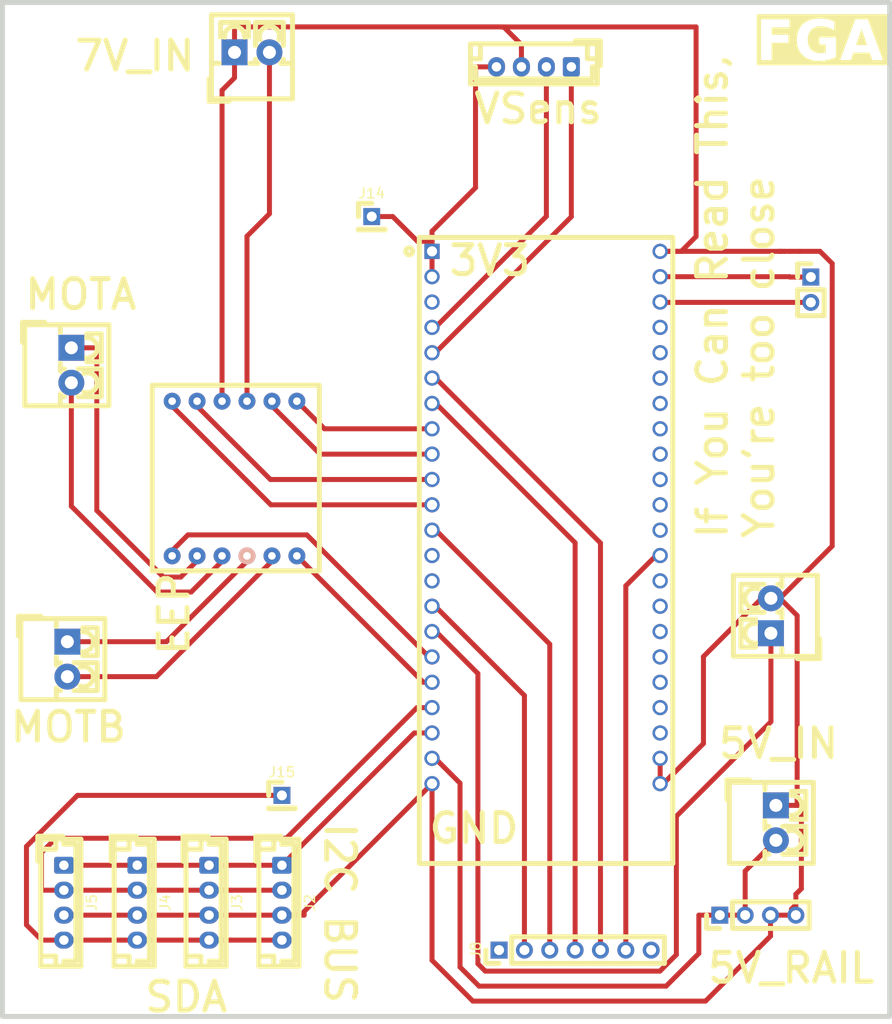
<source format=kicad_pcb>
(kicad_pcb (version 20240108) (generator "pcbnew") (generator_version "8.0")
  (layers (0 "F.Cu" signal) (31 "B.Cu" signal) (34 "B.Paste" user) (35 "F.Paste" user) (36 "B.SilkS" user "B.Silkscreen") (37 "F.SilkS" user "F.Silkscreen") (38 "B.Mask" user) (39 "F.Mask" user) (44 "Edge.Cuts" user))
  (net 0 "")
  (net 1 "Net-(J1-Pin_2)")
  (net 2 "Net-(J1-Pin_1)")
  (net 3 "VCC")
  (net 4 "GND")
  (net 5 "/SDA")
  (net 6 "/SCL")
  (net 7 "/NeoPixel")
  (net 8 "/Curr")
  (net 9 "/Volt")
  (net 10 "/An1")
  (net 11 "/An2")
  (net 12 "/An5")
  (net 13 "/An3")
  (net 14 "/Dig2")
  (net 15 "/An4")
  (net 16 "+7.5V")
  (net 17 "Net-(J10-Pin_2)")
  (net 18 "Net-(J10-Pin_1)")
  (net 19 "Net-(J11-Pin_1)")
  (net 20 "Net-(J11-Pin_2)")
  (net 21 "+5V")
  (net 25 "/MotA")
  (net 27 "/MotD")
  (net 29 "/MotC")
  (net 38 "/ULT")
  (net 39 "/EEP")
  (net 41 "/MotB")
  (net 48 "/JUMP")
  (footprint "Connector_JST:JST_EH_B4B-EH-A_1x04_P2.50mm_Vertical" (layer "F.Cu") (at 47 106.5 -90)
    (property "Reference" "J4" (at 3.75 -2.8 90) (layer "F.SilkS"))
    (property "Value" "ACC_MPU6050")
    (pad "1" thru_hole roundrect (at 0 0 270) (size 1.7 1.95) (drill 0.95) (layers "*.Cu" "*.Mask") (roundrect_rratio 0.147059) (net 5 "/SDA"))
    (pad "2" thru_hole oval (at 2.5 0 270) (size 1.7 1.95) (drill 0.95) (layers "*.Cu" "*.Mask") (net 6 "/SCL"))
    (pad "3" thru_hole oval (at 5 0 270) (size 1.7 1.95) (drill 0.95) (layers "*.Cu" "*.Mask") (net 4 "GND"))
    (pad "4" thru_hole oval (at 7.5 0 270) (size 1.7 1.95) (drill 0.95) (layers "*.Cu" "*.Mask") (net 48 "/JUMP"))
  )
  (footprint "DRV:DRV8833" (layer "F.Cu") (at 60.5 69.5 90)
    (property "Reference" "U2" (hide yes))
    (property "Value" "~" (hide yes))
    (pad "1" thru_hole circle (at -6 -10 90) (size 1.7 1.7) (drill 0.762) (layers "*.Cu" "*.Mask") (net 39 "/EEP"))
    (pad "2" thru_hole circle (at -6 -7.5 90) (size 1.7 1.7) (drill 0.762) (layers "*.Cu" "*.Mask") (net 18 "Net-(J10-Pin_1)"))
    (pad "3" thru_hole circle (at -6 -5 90) (size 1.7 1.7) (drill 0.762) (layers "*.Cu" "*.Mask") (net 17 "Net-(J10-Pin_2)"))
    (pad "4" thru_hole circle (at -6 -2.5 90) (size 1.7 1.7) (drill 0.762) (layers "*.Cu" "*.Mask" "B.SilkS") (net 19 "Net-(J11-Pin_1)"))
    (pad "5" thru_hole circle (at -6 0 90) (size 1.7 1.7) (drill 0.762) (layers "*.Cu" "*.Mask") (net 20 "Net-(J11-Pin_2)"))
    (pad "6" thru_hole circle (at -6 2.5 90) (size 1.7 1.7) (drill 0.762) (layers "*.Cu" "*.Mask" "Eco2.User") (net 38 "/ULT"))
    (pad "7" thru_hole circle (at 9.5 -10 90) (size 1.7 1.7) (drill 0.762) (layers "*.Cu" "*.Mask") (net 25 "/MotA"))
    (pad "8" thru_hole circle (at 9.5 -7.5 90) (size 1.7 1.7) (drill 0.762) (layers "*.Cu" "*.Mask") (net 41 "/MotB"))
    (pad "9" thru_hole circle (at 9.5 -5 90) (size 1.7 1.7) (drill 0.762) (layers "*.Cu" "*.Mask") (net 4 "GND"))
    (pad "10" thru_hole circle (at 9.5 -2.5 90) (size 1.7 1.7) (drill 0.762) (layers "*.Cu" "*.Mask") (net 16 "+7.5V"))
    (pad "11" thru_hole circle (at 9.5 0 90) (size 1.7 1.7) (drill 0.762) (layers "*.Cu" "*.Mask") (net 29 "/MotC"))
    (pad "12" thru_hole circle (at 9.5 2.5 90) (size 1.7 1.7) (drill 0.762) (layers "*.Cu" "*.Mask") (net 27 "/MotD"))
  )
  (footprint "Connector_PinHeader_2.54mm:PinHeader_1x02_P2.54mm_Vertical" (layer "F.Cu") (at 114.5 47.56)
    (property "Reference" "J1" (hide yes))
    (property "Value" "UART" (hide yes))
    (pad "1" thru_hole rect (at 0 0) (size 1.7 1.7) (drill 1) (layers "*.Cu" "*.Mask") (net 2 "Net-(J1-Pin_1)"))
    (pad "2" thru_hole oval (at 0 2.54) (size 1.7 1.7) (drill 1) (layers "*.Cu" "*.Mask") (net 1 "Net-(J1-Pin_2)"))
  )
  (footprint "Connector_PinHeader_2.54mm:PinHeader_1x01_P2.54mm_Vertical" (layer "F.Cu") (at 61.5 99.5)
    (property "Reference" "J15" (at 0 -2.33 0) (layer "F.SilkS"))
    (property "Value" "Screw_Terminal_01x01")
    (pad "1" thru_hole rect (at 0 0) (size 1.7 1.7) (drill 1) (layers "*.Cu" "*.Mask") (net 48 "/JUMP"))
  )
  (footprint "TerminalBlock_4Ucon:TerminalBlock_4Ucon_1x02_P3.50mm_Vertical" (layer "F.Cu") (at 111 100.5 -90)
    (property "Reference" "J12" (hide yes))
    (property "Value" "5VIN" (hide yes))
    (pad "1" thru_hole rect (at 0 0 270) (size 2.6 2.6) (drill 1.3) (layers "*.Cu" "*.Mask") (net 4 "GND"))
    (pad "2" thru_hole circle (at 3.5 0 270) (size 2.6 2.6) (drill 1.3) (layers "*.Cu" "*.Mask") (net 21 "+5V"))
  )
  (footprint "Connector_PinHeader_2.54mm:PinHeader_1x01_P2.54mm_Vertical" (layer "F.Cu") (at 70.5 41.5)
    (property "Reference" "J14" (at 0 -2.33 0) (layer "F.SilkS"))
    (property "Value" "Screw_Terminal_01x01")
    (pad "1" thru_hole rect (at 0 0) (size 1.7 1.7) (drill 1) (layers "*.Cu" "*.Mask") (net 3 "VCC"))
  )
  (footprint "Connector_PinHeader_2.54mm:PinHeader_1x07_P2.54mm_Vertical" (layer "F.Cu") (at 83.26 115 90)
    (property "Reference" "J8" (at 0 -2.33 -90) (layer "F.SilkS"))
    (property "Value" "Conn_01x07_Pin")
    (pad "1" thru_hole rect (at 0 0 90) (size 1.7 1.7) (drill 1) (layers "*.Cu" "*.Mask") (net 10 "/An1"))
    (pad "2" thru_hole oval (at 0 2.54 90) (size 1.7 1.7) (drill 1) (layers "*.Cu" "*.Mask") (net 11 "/An2"))
    (pad "3" thru_hole oval (at 0 5.08 90) (size 1.7 1.7) (drill 1) (layers "*.Cu" "*.Mask") (net 13 "/An3"))
    (pad "4" thru_hole oval (at 0 7.62 90) (size 1.7 1.7) (drill 1) (layers "*.Cu" "*.Mask") (net 15 "/An4"))
    (pad "5" thru_hole oval (at 0 10.16 90) (size 1.7 1.7) (drill 1) (layers "*.Cu" "*.Mask") (net 12 "/An5"))
    (pad "6" thru_hole oval (at 0 12.7 90) (size 1.7 1.7) (drill 1) (layers "*.Cu" "*.Mask") (net 14 "/Dig2"))
    (pad "7" thru_hole oval (at 0 15.24 90) (size 1.7 1.7) (drill 1) (layers "*.Cu" "*.Mask"))
  )
  (footprint "Connector_JST:JST_EH_B4B-EH-A_1x04_P2.50mm_Vertical" (layer "F.Cu") (at 61.5 106.5 -90)
    (property "Reference" "J2" (at 3.75 -2.8 90) (layer "F.SilkS"))
    (property "Value" "OLED")
    (pad "1" thru_hole roundrect (at 0 0 270) (size 1.7 1.95) (drill 0.95) (layers "*.Cu" "*.Mask") (roundrect_rratio 0.147059) (net 5 "/SDA"))
    (pad "2" thru_hole oval (at 2.5 0 270) (size 1.7 1.95) (drill 0.95) (layers "*.Cu" "*.Mask") (net 6 "/SCL"))
    (pad "3" thru_hole oval (at 5 0 270) (size 1.7 1.95) (drill 0.95) (layers "*.Cu" "*.Mask") (net 4 "GND"))
    (pad "4" thru_hole oval (at 7.5 0 270) (size 1.7 1.95) (drill 0.95) (layers "*.Cu" "*.Mask") (net 48 "/JUMP"))
  )
  (footprint "ESP32-S3:ESP32-S3-DEVKITC-1-N8R2" (layer "F.Cu") (at 87.9705 74.955)
    (property "Reference" "U1" (hide yes))
    (property "Value" "ESP32-S3-DEVKITC-1-N8R2" (hide yes))
    (pad "J1_1" thru_hole rect (at -11.43 -29.97) (size 1.53 1.53) (drill 1.02) (layers "*.Cu" "*.Mask") (net 3 "VCC"))
    (pad "J1_2" thru_hole circle (at -11.43 -27.43) (size 1.53 1.53) (drill 1.02) (layers "*.Cu" "*.Mask") (net 3 "VCC"))
    (pad "J1_3" thru_hole circle (at -11.43 -24.89) (size 1.53 1.53) (drill 1.02) (layers "*.Cu" "*.Mask"))
    (pad "J1_4" thru_hole circle (at -11.43 -22.35) (size 1.53 1.53) (drill 1.02) (layers "*.Cu" "*.Mask") (net 9 "/Volt"))
    (pad "J1_5" thru_hole circle (at -11.43 -19.81) (size 1.53 1.53) (drill 1.02) (layers "*.Cu" "*.Mask") (net 8 "/Curr"))
    (pad "J1_6" thru_hole circle (at -11.43 -17.27) (size 1.53 1.53) (drill 1.02) (layers "*.Cu" "*.Mask") (net 12 "/An5"))
    (pad "J1_7" thru_hole circle (at -11.43 -14.73) (size 1.53 1.53) (drill 1.02) (layers "*.Cu" "*.Mask") (net 15 "/An4"))
    (pad "J1_8" thru_hole circle (at -11.43 -12.19) (size 1.53 1.53) (drill 1.02) (layers "*.Cu" "*.Mask") (net 27 "/MotD"))
    (pad "J1_9" thru_hole circle (at -11.43 -9.65) (size 1.53 1.53) (drill 1.02) (layers "*.Cu" "*.Mask") (net 29 "/MotC"))
    (pad "J1_10" thru_hole circle (at -11.43 -7.11) (size 1.53 1.53) (drill 1.02) (layers "*.Cu" "*.Mask") (net 41 "/MotB"))
    (pad "J1_11" thru_hole circle (at -11.43 -4.57) (size 1.53 1.53) (drill 1.02) (layers "*.Cu" "*.Mask") (net 25 "/MotA"))
    (pad "J1_12" thru_hole circle (at -11.43 -2.03) (size 1.53 1.53) (drill 1.02) (layers "*.Cu" "*.Mask") (net 13 "/An3"))
    (pad "J1_13" thru_hole circle (at -11.43 0.51) (size 1.53 1.53) (drill 1.02) (layers "*.Cu" "*.Mask"))
    (pad "J1_14" thru_hole circle (at -11.43 3.05) (size 1.53 1.53) (drill 1.02) (layers "*.Cu" "*.Mask"))
    (pad "J1_15" thru_hole circle (at -11.43 5.59) (size 1.53 1.53) (drill 1.02) (layers "*.Cu" "*.Mask") (net 11 "/An2"))
    (pad "J1_16" thru_hole circle (at -11.43 8.13) (size 1.53 1.53) (drill 1.02) (layers "*.Cu" "*.Mask") (net 7 "/NeoPixel"))
    (pad "J1_17" thru_hole circle (at -11.43 10.67) (size 1.53 1.53) (drill 1.02) (layers "*.Cu" "*.Mask") (net 39 "/EEP"))
    (pad "J1_18" thru_hole circle (at -11.43 13.21) (size 1.53 1.53) (drill 1.02) (layers "*.Cu" "*.Mask") (net 38 "/ULT"))
    (pad "J1_19" thru_hole circle (at -11.43 15.75) (size 1.53 1.53) (drill 1.02) (layers "*.Cu" "*.Mask") (net 6 "/SCL"))
    (pad "J1_20" thru_hole circle (at -11.43 18.29) (size 1.53 1.53) (drill 1.02) (layers "*.Cu" "*.Mask") (net 5 "/SDA"))
    (pad "J1_21" thru_hole circle (at -11.43 20.83) (size 1.53 1.53) (drill 1.02) (layers "*.Cu" "*.Mask") (net 21 "+5V"))
    (pad "J1_22" thru_hole circle (at -11.43 23.37) (size 1.53 1.53) (drill 1.02) (layers "*.Cu" "*.Mask") (net 4 "GND"))
    (pad "J3_1" thru_hole circle (at 11.43 -29.97) (size 1.53 1.53) (drill 1.02) (layers "*.Cu" "*.Mask") (net 4 "GND"))
    (pad "J3_2" thru_hole circle (at 11.43 -27.43) (size 1.53 1.53) (drill 1.02) (layers "*.Cu" "*.Mask") (net 2 "Net-(J1-Pin_1)"))
    (pad "J3_3" thru_hole circle (at 11.43 -24.89) (size 1.53 1.53) (drill 1.02) (layers "*.Cu" "*.Mask") (net 1 "Net-(J1-Pin_2)"))
    (pad "J3_4" thru_hole circle (at 11.43 -22.35) (size 1.53 1.53) (drill 1.02) (layers "*.Cu" "*.Mask"))
    (pad "J3_5" thru_hole circle (at 11.43 -19.81) (size 1.53 1.53) (drill 1.02) (layers "*.Cu" "*.Mask"))
    (pad "J3_6" thru_hole circle (at 11.43 -17.27) (size 1.53 1.53) (drill 1.02) (layers "*.Cu" "*.Mask"))
    (pad "J3_7" thru_hole circle (at 11.43 -14.73) (size 1.53 1.53) (drill 1.02) (layers "*.Cu" "*.Mask"))
    (pad "J3_8" thru_hole circle (at 11.43 -12.19) (size 1.53 1.53) (drill 1.02) (layers "*.Cu" "*.Mask"))
    (pad "J3_9" thru_hole circle (at 11.43 -9.65) (size 1.53 1.53) (drill 1.02) (layers "*.Cu" "*.Mask"))
    (pad "J3_10" thru_hole circle (at 11.43 -7.11) (size 1.53 1.53) (drill 1.02) (layers "*.Cu" "*.Mask"))
    (pad "J3_11" thru_hole circle (at 11.43 -4.57) (size 1.53 1.53) (drill 1.02) (layers "*.Cu" "*.Mask"))
    (pad "J3_12" thru_hole circle (at 11.43 -2.03) (size 1.53 1.53) (drill 1.02) (layers "*.Cu" "*.Mask"))
    (pad "J3_13" thru_hole circle (at 11.43 0.51) (size 1.53 1.53) (drill 1.02) (layers "*.Cu" "*.Mask") (net 14 "/Dig2"))
    (pad "J3_14" thru_hole circle (at 11.43 3.05) (size 1.53 1.53) (drill 1.02) (layers "*.Cu" "*.Mask"))
    (pad "J3_15" thru_hole circle (at 11.43 5.59) (size 1.53 1.53) (drill 1.02) (layers "*.Cu" "*.Mask"))
    (pad "J3_16" thru_hole circle (at 11.43 8.13) (size 1.53 1.53) (drill 1.02) (layers "*.Cu" "*.Mask"))
    (pad "J3_17" thru_hole circle (at 11.43 10.67) (size 1.53 1.53) (drill 1.02) (layers "*.Cu" "*.Mask"))
    (pad "J3_18" thru_hole circle (at 11.43 13.21) (size 1.53 1.53) (drill 1.02) (layers "*.Cu" "*.Mask"))
    (pad "J3_19" thru_hole circle (at 11.43 15.75) (size 1.53 1.53) (drill 1.02) (layers "*.Cu" "*.Mask"))
    (pad "J3_20" thru_hole circle (at 11.43 18.29) (size 1.53 1.53) (drill 1.02) (layers "*.Cu" "*.Mask"))
    (pad "J3_21" thru_hole circle (at 11.43 20.83) (size 1.53 1.53) (drill 1.02) (layers "*.Cu" "*.Mask") (net 4 "GND"))
    (pad "J3_22" thru_hole circle (at 11.43 23.37) (size 1.53 1.53) (drill 1.02) (layers "*.Cu" "*.Mask") (net 4 "GND"))
  )
  (footprint "Connector_JST:JST_EH_B4B-EH-A_1x04_P2.50mm_Vertical" (layer "F.Cu") (at 54.2 106.5 -90)
    (property "Reference" "J3" (at 3.75 -2.8 90) (layer "F.SilkS"))
    (property "Value" "COLOR")
    (pad "1" thru_hole roundrect (at 0 0 270) (size 1.7 1.95) (drill 0.95) (layers "*.Cu" "*.Mask") (roundrect_rratio 0.147059) (net 5 "/SDA"))
    (pad "2" thru_hole oval (at 2.5 0 270) (size 1.7 1.95) (drill 0.95) (layers "*.Cu" "*.Mask") (net 6 "/SCL"))
    (pad "3" thru_hole oval (at 5 0 270) (size 1.7 1.95) (drill 0.95) (layers "*.Cu" "*.Mask") (net 4 "GND"))
    (pad "4" thru_hole oval (at 7.5 0 270) (size 1.7 1.95) (drill 0.95) (layers "*.Cu" "*.Mask") (net 48 "/JUMP"))
  )
  (footprint "TerminalBlock_4Ucon:TerminalBlock_4Ucon_1x02_P3.50mm_Vertical" (layer "F.Cu") (at 110.5 83.25 90)
    (property "Reference" "J6" (hide yes))
    (property "Value" "NEOPIXEL" (hide yes))
    (pad "1" thru_hole rect (at 0 0 90) (size 2.6 2.6) (drill 1.3) (layers "*.Cu" "*.Mask") (net 7 "/NeoPixel"))
    (pad "2" thru_hole circle (at 3.5 0 90) (size 2.6 2.6) (drill 1.3) (layers "*.Cu" "*.Mask") (net 4 "GND"))
  )
  (footprint "TerminalBlock_4Ucon:TerminalBlock_4Ucon_1x02_P3.50mm_Vertical" (layer "F.Cu") (at 40.4 54.65 -90)
    (property "Reference" "J10" (hide yes))
    (property "Value" "MOTORA" (hide yes))
    (pad "1" thru_hole rect (at 0 0 270) (size 2.6 2.6) (drill 1.3) (layers "*.Cu" "*.Mask") (net 18 "Net-(J10-Pin_1)"))
    (pad "2" thru_hole circle (at 3.5 0 270) (size 2.6 2.6) (drill 1.3) (layers "*.Cu" "*.Mask") (net 17 "Net-(J10-Pin_2)"))
  )
  (footprint "Connector_JST:JST_EH_B4B-EH-A_1x04_P2.50mm_Vertical" (layer "F.Cu") (at 39.65 106.5 -90)
    (property "Reference" "J5" (at 3.75 -2.8 90) (layer "F.SilkS"))
    (property "Value" "AVAILABLE I2C")
    (pad "1" thru_hole roundrect (at 0 0 270) (size 1.7 1.95) (drill 0.95) (layers "*.Cu" "*.Mask") (roundrect_rratio 0.147059) (net 5 "/SDA"))
    (pad "2" thru_hole oval (at 2.5 0 270) (size 1.7 1.95) (drill 0.95) (layers "*.Cu" "*.Mask") (net 6 "/SCL"))
    (pad "3" thru_hole oval (at 5 0 270) (size 1.7 1.95) (drill 0.95) (layers "*.Cu" "*.Mask") (net 4 "GND"))
    (pad "4" thru_hole oval (at 7.5 0 270) (size 1.7 1.95) (drill 0.95) (layers "*.Cu" "*.Mask") (net 48 "/JUMP"))
  )
  (footprint "Connector_JST:JST_EH_B4B-EH-A_1x04_P2.50mm_Vertical" (layer "F.Cu") (at 90.5 26.5 180)
    (property "Reference" "J7" (hide yes))
    (property "Value" "VoltSens" (hide yes))
    (pad "1" thru_hole roundrect (at 0 0 180) (size 1.7 1.95) (drill 0.95) (layers "*.Cu" "*.Mask") (roundrect_rratio 0.147059) (net 8 "/Curr"))
    (pad "2" thru_hole oval (at 2.5 0 180) (size 1.7 1.95) (drill 0.95) (layers "*.Cu" "*.Mask") (net 9 "/Volt"))
    (pad "3" thru_hole oval (at 5 0 180) (size 1.7 1.95) (drill 0.95) (layers "*.Cu" "*.Mask") (net 4 "GND"))
    (pad "4" thru_hole oval (at 7.5 0 180) (size 1.7 1.95) (drill 0.95) (layers "*.Cu" "*.Mask") (net 3 "VCC"))
  )
  (footprint "TerminalBlock_4Ucon:TerminalBlock_4Ucon_1x02_P3.50mm_Vertical" (layer "F.Cu") (at 56.75 25.045)
    (property "Reference" "J9" (hide yes))
    (property "Value" "7.4VIN" (hide yes))
    (pad "1" thru_hole rect (at 0 0) (size 2.6 2.6) (drill 1.3) (layers "*.Cu" "*.Mask") (net 4 "GND"))
    (pad "2" thru_hole circle (at 3.5 0) (size 2.6 2.6) (drill 1.3) (layers "*.Cu" "*.Mask") (net 16 "+7.5V"))
  )
  (footprint "Connector_PinHeader_2.54mm:PinHeader_1x04_P2.54mm_Vertical" (layer "F.Cu") (at 105.38 111.5 90)
    (property "Reference" "J13" (hide yes))
    (property "Value" "5VRail" (hide yes))
    (pad "1" thru_hole rect (at 0 0 90) (size 1.7 1.7) (drill 1) (layers "*.Cu" "*.Mask") (net 21 "+5V"))
    (pad "2" thru_hole oval (at 0 2.54 90) (size 1.7 1.7) (drill 1) (layers "*.Cu" "*.Mask") (net 21 "+5V"))
    (pad "3" thru_hole oval (at 0 5.08 90) (size 1.7 1.7) (drill 1) (layers "*.Cu" "*.Mask") (net 4 "GND"))
    (pad "4" thru_hole oval (at 0 7.62 90) (size 1.7 1.7) (drill 1) (layers "*.Cu" "*.Mask") (net 4 "GND"))
  )
  (footprint "TerminalBlock_4Ucon:TerminalBlock_4Ucon_1x02_P3.50mm_Vertical" (layer "F.Cu") (at 40 84.1 -90)
    (property "Reference" "J11" (hide yes))
    (property "Value" "MOTORB" (hide yes))
    (pad "1" thru_hole rect (at 0 0 270) (size 2.6 2.6) (drill 1.3) (layers "*.Cu" "*.Mask") (net 19 "Net-(J11-Pin_1)"))
    (pad "2" thru_hole circle (at 3.5 0 270) (size 2.6 2.6) (drill 1.3) (layers "*.Cu" "*.Mask") (net 20 "Net-(J11-Pin_2)"))
  )
  (gr_rect (start 33.5 20.05) (end 122.4 121.65) (stroke (width 0.499999)) (fill none) (layer "Edge.Cuts"))
  (gr_text "5V_IN" (at 105 96 0) (layer "F.SilkS") (effects (font (size 2.899994 2.899994) (thickness 0.499999) (bold yes)) (justify left bottom)))
  (gr_text "I2C BUS" (at 69 102 -90) (layer "F.SilkS") (effects (font (size 2.899994 2.899994) (thickness 0.499999) (bold yes)) (justify left top)))
  (gr_text "3V3\n" (at 78 47.6 0) (layer "F.SilkS") (effects (font (size 2.899994 2.899994) (thickness 0.499999) (bold yes)) (justify left bottom)))
  (gr_text "MOTA\n" (at 35.5 51 0) (layer "F.SilkS") (effects (font (size 2.899994 2.899994) (thickness 0.499999) (bold yes)) (justify left bottom)))
  (gr_text "7V_IN" (at 40.5 27.1 0) (layer "F.SilkS") (effects (font (size 2.899994 2.899994) (thickness 0.499999) (bold yes)) (justify left bottom)))
  (gr_text "MOTB\n" (at 34.045 94.35 0) (layer "F.SilkS") (effects (font (size 2.899994 2.899994) (thickness 0.499999) (bold yes)) (justify left bottom)))
  (gr_text "EEP\n" (at 52.375 85.7 90) (layer "F.SilkS") (effects (font (size 2.899994 2.899994) (thickness 0.499999) (bold yes)) (justify left bottom)))
  (gr_text "5V_RAIL\n" (at 103.92 118.5 0) (layer "F.SilkS") (effects (font (size 2.899994 2.899994) (thickness 0.499999) (bold yes)) (justify left bottom)))
  (gr_text "GND\n" (at 76 104.5 0) (layer "F.SilkS") (effects (font (size 2.899994 2.899994) (thickness 0.499999) (bold yes)) (justify left bottom)))
  (gr_text "SDA\n" (at 47.5 118 0) (layer "F.SilkS") (effects (font (size 2.899994 2.899994) (thickness 0.499999) (bold yes)) (justify left top)))
  (gr_text "If You Can Read This, \nYou're too close\n" (at 111 74 90) (layer "F.SilkS") (effects (font (size 2.899994 2.899994) (thickness 0.499999) (bold yes)) (justify left bottom)))
  (gr_text "VSens\n" (at 80.5 29 0) (layer "F.SilkS") (effects (font (size 2.899994 2.899994) (thickness 0.499999) (bold yes)) (justify left top)))
  (gr_text "FGA" (at 109 26.5 0) (layer "F.SilkS" knockout) (effects (font (size 3.999992 3.999992) (thickness 0.579999) (bold yes)) (justify left bottom)))
  (segment (start 99.4355 50.1) (end 99.4005 50.065) (width 0.5) (layer "F.Cu") (net 1))
  (segment (start 114.5 50.1) (end 99.4355 50.1) (width 0.5) (layer "F.Cu") (net 1))
  (segment (start 112.3983 47.56) (end 112.3633 47.525) (width 0.5) (layer "F.Cu") (net 2))
  (segment (start 112.3633 47.525) (end 99.4005 47.525) (width 0.5) (layer "F.Cu") (net 2))
  (segment (start 114.5 47.56) (end 112.3983 47.56) (width 0.5) (layer "F.Cu") (net 2))
  (segment (start 76.5405 43.9766) (end 75.0783 43.9766) (width 0.5) (layer "F.Cu") (net 3))
  (segment (start 75.0783 43.9766) (end 72.6017 41.5) (width 0.5) (layer "F.Cu") (net 3))
  (segment (start 76.5405 44.985) (end 76.5405 43.9766) (width 0.5) (layer "F.Cu") (net 3))
  (segment (start 83 26.5) (end 80.8983 26.5) (width 0.5) (layer "F.Cu") (net 3))
  (segment (start 80.8983 26.5) (end 80.8983 38.6105) (width 0.5) (layer "F.Cu") (net 3))
  (segment (start 76.5405 43.9766) (end 76.5405 42.9683) (width 0.5) (layer "F.Cu") (net 3))
  (segment (start 76.5405 47.525) (end 76.5405 44.985) (width 0.5) (layer "F.Cu") (net 3))
  (segment (start 80.8983 38.6105) (end 76.5405 42.9683) (width 0.5) (layer "F.Cu") (net 3))
  (segment (start 70.5 41.5) (end 72.6017 41.5) (width 0.5) (layer "F.Cu") (net 3))
  (segment (start 56.75 22.4933) (end 83.5 22.4933) (width 0.5) (layer "F.Cu") (net 4))
  (segment (start 111.4986 44.985) (end 111.4353 44.985) (width 0.5) (layer "F.Cu") (net 4))
  (segment (start 85.5 24.2735) (end 85.5 24.2734) (width 0.5) (layer "F.Cu") (net 4))
  (segment (start 111.8784 44.985) (end 111.6252 44.985) (width 0.5) (layer "F.Cu") (net 4))
  (segment (start 111.3724 44.985) (end 111.3722 44.985) (width 0.5) (layer "F.Cu") (net 4))
  (segment (start 111.6252 44.985) (end 111.4986 44.985) (width 0.5) (layer "F.Cu") (net 4))
  (segment (start 63.7267 111.1388) (end 76.5405 98.325) (width 0.5) (layer "F.Cu") (net 4))
  (segment (start 110.46 111.5) (end 112.5617 111.5) (width 0.5) (layer "F.Cu") (net 4))
  (segment (start 103.9492 120.1125) (end 110.46 113.6017) (width 0.5) (layer "F.Cu") (net 4))
  (segment (start 111.372 44.985) (end 99.4005 44.985) (width 0.5) (layer "F.Cu") (net 4))
  (segment (start 85.5 24.2734) (end 85.5 24.2733) (width 0.5) (layer "F.Cu") (net 4))
  (segment (start 101.515 44.985) (end 103 43.5) (width 0.5) (layer "F.Cu") (net 4))
  (segment (start 85.5 24.6486) (end 85.5 24.2738) (width 0.5) (layer "F.Cu") (net 4))
  (segment (start 99.4005 98.325) (end 99.7183 98.325) (width 0.5) (layer "F.Cu") (net 4))
  (segment (start 55.3134 111.5) (end 54.2 111.5) (width 0.5) (layer "F.Cu") (net 4))
  (segment (start 111 100.5) (end 112.9259 100.5) (width 0.5) (layer "F.Cu") (net 4))
  (segment (start 99.7183 98.325) (end 103.7392 94.3041) (width 0.5) (layer "F.Cu") (net 4))
  (segment (start 83.72 22.4933) (end 85.5 24.2733) (width 0.5) (layer "F.Cu") (net 4))
  (segment (start 103 22.5) (end 83.5067 22.5) (width 0.5) (layer "F.Cu") (net 4))
  (segment (start 116.6405 74.513) (end 116.6405 46.2021) (width 0.5) (layer "F.Cu") (net 4))
  (segment (start 113.3977 44.985) (end 112.3848 44.985) (width 0.5) (layer "F.Cu") (net 4))
  (segment (start 112.9259 100.5) (end 113.0502 100.5) (width 0.5) (layer "F.Cu") (net 4))
  (segment (start 112.5617 110.8874) (end 112.5617 111.5) (width 0.5) (layer "F.Cu") (net 4))
  (segment (start 111.3729 44.985) (end 111.3724 44.985) (width 0.5) (layer "F.Cu") (net 4))
  (segment (start 83.5 22.4933) (end 83.72 22.4933) (width 0.5) (layer "F.Cu") (net 4))
  (segment (start 111.3878 44.985) (end 111.3799 44.985) (width 0.5) (layer "F.Cu") (net 4))
  (segment (start 56.75 25.045) (end 56.75 22.4933) (width 0.5) (layer "F.Cu") (net 4))
  (segment (start 56.75 25.5222) (end 56.75 27.5967) (width 0.5) (layer "F.Cu") (net 4))
  (segment (start 111.4035 79.75) (end 113.1269 81.4734) (width 0.5) (layer "F.Cu") (net 4))
  (segment (start 110.46 111.5) (end 110.46 113.6017) (width 0.5) (layer "F.Cu") (net 4))
  (segment (start 103 43.5) (end 103 22.5) (width 0.5) (layer "F.Cu") (net 4))
  (segment (start 54.2 111.5) (end 47 111.5) (width 0.5) (layer "F.Cu") (net 4))
  (segment (start 55.5 28.8467) (end 55.5 60) (width 0.5) (layer "F.Cu") (net 4))
  (segment (start 83.5067 22.5) (end 83.5 22.4933) (width 0.5) (layer "F.Cu") (net 4))
  (segment (start 56.75 25.5222) (end 56.75 25.045) (width 0.5) (layer "F.Cu") (net 4))
  (segment (start 112.3848 44.985) (end 111.8784 44.985) (width 0.5) (layer "F.Cu") (net 4))
  (segment (start 113 111.5) (end 113 110.4491) (width 0.5) (layer "F.Cu") (net 4))
  (segment (start 109.5784 79.75) (end 110.5 79.75) (width 0.5) (layer "F.Cu") (net 4))
  (segment (start 111.3722 44.985) (end 111.3721 44.985) (width 0.5) (layer "F.Cu") (net 4))
  (segment (start 110.5 79.75) (end 111.4035 79.75) (width 0.5) (layer "F.Cu") (net 4))
  (segment (start 111.3759 44.985) (end 111.3739 44.985) (width 0.5) (layer "F.Cu") (net 4))
  (segment (start 63.7267 111.5) (end 63.7267 111.1388) (width 0.5) (layer "F.Cu") (net 4))
  (segment (start 116.6405 46.2021) (end 115.4234 44.985) (width 0.5) (layer "F.Cu") (net 4))
  (segment (start 111.4353 44.985) (end 111.4036 44.985) (width 0.5) (layer "F.Cu") (net 4))
  (segment (start 76.5405 116.0202) (end 80.6328 120.1125) (width 0.5) (layer "F.Cu") (net 4))
  (segment (start 111.3721 44.985) (end 111.372 44.985) (width 0.5) (layer "F.Cu") (net 4))
  (segment (start 111.4036 44.985) (end 111.3878 44.985) (width 0.5) (layer "F.Cu") (net 4))
  (segment (start 56.75 27.5967) (end 55.5 28.8467) (width 0.5) (layer "F.Cu") (net 4))
  (segment (start 76.5405 98.325) (end 76.5405 116.0202) (width 0.5) (layer "F.Cu") (net 4))
  (segment (start 61.7329 111.5) (end 61.5 111.5) (width 0.5) (layer "F.Cu") (net 4))
  (segment (start 61.7329 111.5) (end 63.7267 111.5) (width 0.5) (layer "F.Cu") (net 4))
  (segment (start 111.3799 44.985) (end 111.3759 44.985) (width 0.5) (layer "F.Cu") (net 4))
  (segment (start 103.7392 85.5892) (end 109.5784 79.75) (width 0.5) (layer "F.Cu") (net 4))
  (segment (start 47 111.5) (end 39.65 111.5) (width 0.5) (layer "F.Cu") (net 4))
  (segment (start 85.5 24.2738) (end 85.5 24.2735) (width 0.5) (layer "F.Cu") (net 4))
  (segment (start 115.4234 44.985) (end 113.3977 44.985) (width 0.5) (layer "F.Cu") (net 4))
  (segment (start 113.5517 100.5) (end 113.5517 108.8466) (width 0.5) (layer "F.Cu") (net 4))
  (segment (start 113.1269 100.4233) (end 113.0502 100.5) (width 0.5) (layer "F.Cu") (net 4))
  (segment (start 113.5517 108.8466) (end 113 109.3983) (width 0.5) (layer "F.Cu") (net 4))
  (segment (start 99.4005 98.325) (end 99.4005 95.785) (width 0.5) (layer "F.Cu") (net 4))
  (segment (start 111.3739 44.985) (end 111.3729 44.985) (width 0.5) (layer "F.Cu") (net 4))
  (segment (start 113 110.4491) (end 113 109.3983) (width 0.5) (layer "F.Cu") (net 4))
  (segment (start 55.3134 111.5) (end 56.4267 111.5) (width 0.5) (layer "F.Cu") (net 4))
  (segment (start 113.0502 100.5) (end 113.5517 100.5) (width 0.5) (layer "F.Cu") (net 4))
  (segment (start 80.6328 120.1125) (end 103.9492 120.1125) (width 0.5) (layer "F.Cu") (net 4))
  (segment (start 85.5 26.5) (end 85.5 24.6486) (width 0.5) (layer "F.Cu") (net 4))
  (segment (start 113.1269 81.4734) (end 113.1269 100.4233) (width 0.5) (layer "F.Cu") (net 4))
  (segment (start 99.4005 44.985) (end 101.515 44.985) (width 0.5) (layer "F.Cu") (net 4))
  (segment (start 111.4035 79.75) (end 116.6405 74.513) (width 0.5) (layer "F.Cu") (net 4))
  (segment (start 113 110.4491) (end 112.5617 110.8874) (width 0.5) (layer "F.Cu") (net 4))
  (segment (start 103.7392 94.3041) (end 103.7392 85.5892) (width 0.5) (layer "F.Cu") (net 4))
  (segment (start 61.5 111.5) (end 56.4267 111.5) (width 0.5) (layer "F.Cu") (net 4))
  (segment (start 54.2 106.5) (end 61.5 106.5) (width 0.5) (layer "F.Cu") (net 5))
  (segment (start 47 106.5) (end 39.65 106.5) (width 0.5) (layer "F.Cu") (net 5))
  (segment (start 74.755 93.245) (end 76.5405 93.245) (width 0.5) (layer "F.Cu") (net 5))
  (segment (start 61.5 106.5) (end 74.755 93.245) (width 0.5) (layer "F.Cu") (net 5))
  (segment (start 47 106.5) (end 54.2 106.5) (width 0.5) (layer "F.Cu") (net 5))
  (segment (start 75.0338 90.705) (end 61.944 103.7948) (width 0.5) (layer "F.Cu") (net 6))
  (segment (start 54.2 109) (end 47 109) (width 0.5) (layer "F.Cu") (net 6))
  (segment (start 47 109) (end 39.65 109) (width 0.5) (layer "F.Cu") (net 6))
  (segment (start 59.2733 109) (end 56.4267 109) (width 0.5) (layer "F.Cu") (net 6))
  (segment (start 60.8839 109) (end 59.2733 109) (width 0.5) (layer "F.Cu") (net 6))
  (segment (start 37.4046 108.9813) (end 37.4233 109) (width 0.5) (layer "F.Cu") (net 6))
  (segment (start 61.944 103.7948) (end 38.8441 103.7948) (width 0.5) (layer "F.Cu") (net 6))
  (segment (start 55.3134 109) (end 54.2 109) (width 0.5) (layer "F.Cu") (net 6))
  (segment (start 38.8441 103.7948) (end 37.4046 105.2343) (width 0.5) (layer "F.Cu") (net 6))
  (segment (start 61.5 109) (end 60.8839 109) (width 0.5) (layer "F.Cu") (net 6))
  (segment (start 76.5405 90.705) (end 75.0338 90.705) (width 0.5) (layer "F.Cu") (net 6))
  (segment (start 55.3134 109) (end 56.4267 109) (width 0.5) (layer "F.Cu") (net 6))
  (segment (start 39.65 109) (end 37.4233 109) (width 0.5) (layer "F.Cu") (net 6))
  (segment (start 37.4046 105.2343) (end 37.4046 108.9813) (width 0.5) (layer "F.Cu") (net 6))
  (segment (start 76.9306 83.085) (end 81.1392 87.2936) (width 0.5) (layer "F.Cu") (net 7))
  (segment (start 81.877 117.1091) (end 99.3768 117.1091) (width 0.5) (layer "F.Cu") (net 7))
  (segment (start 99.3768 117.1091) (end 101.025 115.4609) (width 0.5) (layer "F.Cu") (net 7))
  (segment (start 81.1392 87.2936) (end 81.1392 116.3713) (width 0.5) (layer "F.Cu") (net 7))
  (segment (start 81.1392 116.3713) (end 81.877 117.1091) (width 0.5) (layer "F.Cu") (net 7))
  (segment (start 101.025 101.5933) (end 110.5 92.1183) (width 0.5) (layer "F.Cu") (net 7))
  (segment (start 76.5405 83.085) (end 76.9306 83.085) (width 0.5) (layer "F.Cu") (net 7))
  (segment (start 101.025 115.4609) (end 101.025 101.5933) (width 0.5) (layer "F.Cu") (net 7))
  (segment (start 110.5 92.1183) (end 110.5 83.25) (width 0.5) (layer "F.Cu") (net 7))
  (segment (start 90.5 41.5176) (end 76.8726 55.145) (width 0.5) (layer "F.Cu") (net 8))
  (segment (start 90.5 26.5) (end 90.5 41.5176) (width 0.5) (layer "F.Cu") (net 8))
  (segment (start 76.8726 55.145) (end 76.5405 55.145) (width 0.5) (layer "F.Cu") (net 8))
  (segment (start 88 26.5) (end 88 41.4776) (width 0.5) (layer "F.Cu") (net 9))
  (segment (start 88 41.4776) (end 76.8726 52.605) (width 0.5) (layer "F.Cu") (net 9))
  (segment (start 76.8726 52.605) (end 76.5405 52.605) (width 0.5) (layer "F.Cu") (net 9))
  (segment (start 76.8547 80.545) (end 76.5405 80.545) (width 0.5) (layer "F.Cu") (net 11))
  (segment (start 85.8 89.4903) (end 76.8547 80.545) (width 0.5) (layer "F.Cu") (net 11))
  (segment (start 85.8 115) (end 85.8 89.4903) (width 0.5) (layer "F.Cu") (net 11))
  (segment (start 93.42 74.21) (end 93.42 115) (width 0.5) (layer "F.Cu") (net 12))
  (segment (start 76.5405 57.685) (end 76.895 57.685) (width 0.5) (layer "F.Cu") (net 12))
  (segment (start 76.895 57.685) (end 93.42 74.21) (width 0.5) (layer "F.Cu") (net 12))
  (segment (start 88.34 84.3467) (end 88.34 115) (width 0.5) (layer "F.Cu") (net 13))
  (segment (start 76.9183 72.925) (end 88.34 84.3467) (width 0.5) (layer "F.Cu") (net 13))
  (segment (start 76.5405 72.925) (end 76.9183 72.925) (width 0.5) (layer "F.Cu") (net 13))
  (segment (start 98.9938 75.465) (end 99.4005 75.465) (width 0.5) (layer "F.Cu") (net 14))
  (segment (start 95.96 115) (end 95.96 78.4988) (width 0.5) (layer "F.Cu") (net 14))
  (segment (start 95.96 78.4988) (end 98.9938 75.465) (width 0.5) (layer "F.Cu") (net 14))
  (segment (start 76.5405 60.225) (end 76.9183 60.225) (width 0.5) (layer "F.Cu") (net 15))
  (segment (start 76.9183 60.225) (end 90.88 74.1867) (width 0.5) (layer "F.Cu") (net 15))
  (segment (start 90.88 74.1867) (end 90.88 115) (width 0.5) (layer "F.Cu") (net 15))
  (segment (start 58 43.4677) (end 58 60) (width 0.5) (layer "F.Cu") (net 16))
  (segment (start 60.25 41.2177) (end 58 43.4677) (width 0.5) (layer "F.Cu") (net 16))
  (segment (start 60.25 25.045) (end 60.25 41.2177) (width 0.5) (layer "F.Cu") (net 16))
  (segment (start 55.5 76.0272) (end 55.5 75.5) (width 0.5) (layer "F.Cu") (net 17))
  (segment (start 48.9976 79.1237) (end 52.4035 79.1237) (width 0.5) (layer "F.Cu") (net 17))
  (segment (start 40.4 58.15) (end 40.4 70.5261) (width 0.5) (layer "F.Cu") (net 17))
  (segment (start 40.4 70.5261) (end 48.9976 79.1237) (width 0.5) (layer "F.Cu") (net 17))
  (segment (start 52.4035 79.1237) (end 55.5 76.0272) (width 0.5) (layer "F.Cu") (net 17))
  (segment (start 40.4 54.65) (end 42.9517 54.65) (width 0.5) (layer "F.Cu") (net 18))
  (segment (start 49.6197 77.622) (end 42.9517 70.954) (width 0.5) (layer "F.Cu") (net 18))
  (segment (start 42.9517 70.954) (end 42.9517 54.65) (width 0.5) (layer "F.Cu") (net 18))
  (segment (start 51.3697 77.622) (end 49.6197 77.622) (width 0.5) (layer "F.Cu") (net 18))
  (segment (start 53 75.9917) (end 51.3697 77.622) (width 0.5) (layer "F.Cu") (net 18))
  (segment (start 53 75.5) (end 53 75.9917) (width 0.5) (layer "F.Cu") (net 18))
  (segment (start 58 76.0311) (end 58 75.5) (width 0.5) (layer "F.Cu") (net 19))
  (segment (start 49.9311 84.1) (end 58 76.0311) (width 0.5) (layer "F.Cu") (net 19))
  (segment (start 40 84.1) (end 49.9311 84.1) (width 0.5) (layer "F.Cu") (net 19))
  (segment (start 48.9236 87.6) (end 60.5 76.0236) (width 0.5) (layer "F.Cu") (net 20))
  (segment (start 60.5 76.0236) (end 60.5 75.5) (width 0.5) (layer "F.Cu") (net 20))
  (segment (start 40 87.6) (end 48.9236 87.6) (width 0.5) (layer "F.Cu") (net 20))
  (segment (start 79.3474 98.2746) (end 79.3474 116.7033) (width 0.5) (layer "F.Cu") (net 21))
  (segment (start 99.9989 118.6108) (end 103.2783 115.3314) (width 0.5) (layer "F.Cu") (net 21))
  (segment (start 76.5405 95.785) (end 76.8578 95.785) (width 0.5) (layer "F.Cu") (net 21))
  (segment (start 107.92 111.5) (end 107.4817 111.5) (width 0.5) (layer "F.Cu") (net 21))
  (segment (start 111 104) (end 107.92 107.08) (width 0.5) (layer "F.Cu") (net 21))
  (segment (start 79.3474 116.7033) (end 81.2549 118.6108) (width 0.5) (layer "F.Cu") (net 21))
  (segment (start 76.8578 95.785) (end 79.3474 98.2746) (width 0.5) (layer "F.Cu") (net 21))
  (segment (start 105.38 111.5) (end 103.2783 111.5) (width 0.5) (layer "F.Cu") (net 21))
  (segment (start 107.92 107.08) (end 107.92 111.5) (width 0.5) (layer "F.Cu") (net 21))
  (segment (start 106.4309 111.5) (end 107.4817 111.5) (width 0.5) (layer "F.Cu") (net 21))
  (segment (start 106.4309 111.5) (end 105.38 111.5) (width 0.5) (layer "F.Cu") (net 21))
  (segment (start 103.2783 115.3314) (end 103.2783 111.5) (width 0.5) (layer "F.Cu") (net 21))
  (segment (start 81.2549 118.6108) (end 99.9989 118.6108) (width 0.5) (layer "F.Cu") (net 21))
  (segment (start 60.3933 70.385) (end 76.5405 70.385) (width 0.5) (layer "F.Cu") (net 25))
  (segment (start 50.5 60) (end 50.5 60.4917) (width 0.5) (layer "F.Cu") (net 25))
  (segment (start 50.5 60.4917) (end 60.3933 70.385) (width 0.5) (layer "F.Cu") (net 25))
  (segment (start 76.5405 62.765) (end 65.765 62.765) (width 0.5) (layer "F.Cu") (net 27))
  (segment (start 65.765 62.765) (end 63 60) (width 0.5) (layer "F.Cu") (net 27))
  (segment (start 60.5 60.4768) (end 60.5 60) (width 0.5) (layer "F.Cu") (net 29))
  (segment (start 65.3282 65.305) (end 60.5 60.4768) (width 0.5) (layer "F.Cu") (net 29))
  (segment (start 76.5405 65.305) (end 65.3282 65.305) (width 0.5) (layer "F.Cu") (net 29))
  (segment (start 76.5405 88.165) (end 75.665 88.165) (width 0.5) (layer "F.Cu") (net 38))
  (segment (start 75.665 88.165) (end 63 75.5) (width 0.5) (layer "F.Cu") (net 38))
  (segment (start 50.5 74.9817) (end 50.5 75.5) (width 0.5) (layer "F.Cu") (net 39))
  (segment (start 76.5405 85.625) (end 76.2286 85.625) (width 0.5) (layer "F.Cu") (net 39))
  (segment (start 52.0852 73.3965) (end 50.5 74.9817) (width 0.5) (layer "F.Cu") (net 39))
  (segment (start 76.2286 85.625) (end 64.0001 73.3965) (width 0.5) (layer "F.Cu") (net 39))
  (segment (start 64.0001 73.3965) (end 52.0852 73.3965) (width 0.5) (layer "F.Cu") (net 39))
  (segment (start 76.5405 67.845) (end 60.3468 67.845) (width 0.5) (layer "F.Cu") (net 41))
  (segment (start 60.3468 67.845) (end 53 60.4982) (width 0.5) (layer "F.Cu") (net 41))
  (segment (start 53 60.4982) (end 53 60) (width 0.5) (layer "F.Cu") (net 41))
  (segment (start 61.5 114) (end 59.2733 114) (width 0.5) (layer "F.Cu") (net 48))
  (segment (start 47 114) (end 39.65 114) (width 0.5) (layer "F.Cu") (net 48))
  (segment (start 61.5 99.5) (end 41.0151 99.5) (width 0.5) (layer "F.Cu") (net 48))
  (segment (start 35.9029 112.4796) (end 37.4233 114) (width 0.5) (layer "F.Cu") (net 48))
  (segment (start 41.0151 99.5) (end 35.9029 104.6122) (width 0.5) (layer "F.Cu") (net 48))
  (segment (start 54.2 114) (end 47 114) (width 0.5) (layer "F.Cu") (net 48))
  (segment (start 56.4267 114) (end 59.2733 114) (width 0.5) (layer "F.Cu") (net 48))
  (segment (start 39.65 114) (end 37.4233 114) (width 0.5) (layer "F.Cu") (net 48))
  (segment (start 35.9029 104.6122) (end 35.9029 112.4796) (width 0.5) (layer "F.Cu") (net 48))
  (segment (start 55.3134 114) (end 54.2 114) (width 0.5) (layer "F.Cu") (net 48))
  (segment (start 55.3134 114) (end 56.4267 114) (width 0.5) (layer "F.Cu") (net 48))
)
</source>
